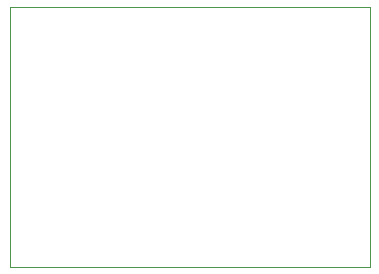
<source format=gbr>
G04 #@! TF.GenerationSoftware,KiCad,Pcbnew,(5.0.2)-1*
G04 #@! TF.CreationDate,2019-06-26T13:49:51+02:00*
G04 #@! TF.ProjectId,2.0,322e302e-6b69-4636-9164-5f7063625858,rev?*
G04 #@! TF.SameCoordinates,Original*
G04 #@! TF.FileFunction,Profile,NP*
%FSLAX46Y46*%
G04 Gerber Fmt 4.6, Leading zero omitted, Abs format (unit mm)*
G04 Created by KiCad (PCBNEW (5.0.2)-1) date 06/26/19 13:49:51*
%MOMM*%
%LPD*%
G01*
G04 APERTURE LIST*
%ADD10C,0.100000*%
G04 APERTURE END LIST*
D10*
X110000000Y-86000000D02*
X140500000Y-86000000D01*
X110000000Y-108000000D02*
X110000000Y-86000000D01*
X140500000Y-108000000D02*
X110000000Y-108000000D01*
X140500000Y-86000000D02*
X140500000Y-108000000D01*
M02*

</source>
